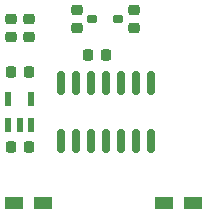
<source format=gbp>
G04 #@! TF.GenerationSoftware,KiCad,Pcbnew,9.0.0*
G04 #@! TF.CreationDate,2025-04-06T21:13:16-04:00*
G04 #@! TF.ProjectId,MiniCamel_riser,4d696e69-4361-46d6-956c-5f7269736572,2.1*
G04 #@! TF.SameCoordinates,PX16e3600PY6052340*
G04 #@! TF.FileFunction,Paste,Bot*
G04 #@! TF.FilePolarity,Positive*
%FSLAX46Y46*%
G04 Gerber Fmt 4.6, Leading zero omitted, Abs format (unit mm)*
G04 Created by KiCad (PCBNEW 9.0.0) date 2025-04-06 21:13:16*
%MOMM*%
%LPD*%
G01*
G04 APERTURE LIST*
G04 Aperture macros list*
%AMRoundRect*
0 Rectangle with rounded corners*
0 $1 Rounding radius*
0 $2 $3 $4 $5 $6 $7 $8 $9 X,Y pos of 4 corners*
0 Add a 4 corners polygon primitive as box body*
4,1,4,$2,$3,$4,$5,$6,$7,$8,$9,$2,$3,0*
0 Add four circle primitives for the rounded corners*
1,1,$1+$1,$2,$3*
1,1,$1+$1,$4,$5*
1,1,$1+$1,$6,$7*
1,1,$1+$1,$8,$9*
0 Add four rect primitives between the rounded corners*
20,1,$1+$1,$2,$3,$4,$5,0*
20,1,$1+$1,$4,$5,$6,$7,0*
20,1,$1+$1,$6,$7,$8,$9,0*
20,1,$1+$1,$8,$9,$2,$3,0*%
G04 Aperture macros list end*
%ADD10RoundRect,0.225000X-0.225000X-0.250000X0.225000X-0.250000X0.225000X0.250000X-0.225000X0.250000X0*%
%ADD11RoundRect,0.225000X-0.250000X0.225000X-0.250000X-0.225000X0.250000X-0.225000X0.250000X0.225000X0*%
%ADD12R,1.500000X1.000000*%
%ADD13R,0.600000X1.200000*%
%ADD14RoundRect,0.225000X0.250000X-0.225000X0.250000X0.225000X-0.250000X0.225000X-0.250000X-0.225000X0*%
%ADD15RoundRect,0.225000X0.225000X0.250000X-0.225000X0.250000X-0.225000X-0.250000X0.225000X-0.250000X0*%
%ADD16RoundRect,0.175000X-0.275000X-0.175000X0.275000X-0.175000X0.275000X0.175000X-0.275000X0.175000X0*%
%ADD17RoundRect,0.150000X-0.150000X0.825000X-0.150000X-0.825000X0.150000X-0.825000X0.150000X0.825000X0*%
G04 APERTURE END LIST*
D10*
X42645000Y5280000D03*
X44195000Y5280000D03*
X42635000Y-1080000D03*
X44185000Y-1080000D03*
D11*
X48237044Y10545000D03*
X48237044Y8995000D03*
D12*
X42920000Y-5790000D03*
X45420000Y-5790000D03*
D13*
X44360000Y815000D03*
X43410000Y815000D03*
X42460000Y815000D03*
X42460000Y3015000D03*
X44360000Y3015000D03*
D12*
X55620000Y-5790000D03*
X58120000Y-5790000D03*
D14*
X44180000Y8240000D03*
X44180000Y9790000D03*
D15*
X50720000Y6760000D03*
X49170000Y6760000D03*
D11*
X42650000Y9790000D03*
X42650000Y8240000D03*
D14*
X53102956Y8995000D03*
X53102956Y10545000D03*
D16*
X49570000Y9770000D03*
X51770000Y9770000D03*
D17*
X46910000Y4390000D03*
X48180000Y4390000D03*
X49450000Y4390000D03*
X50720000Y4390000D03*
X51990000Y4390000D03*
X53260000Y4390000D03*
X54530000Y4390000D03*
X54530000Y-560000D03*
X53260000Y-560000D03*
X51990000Y-560000D03*
X50720000Y-560000D03*
X49450000Y-560000D03*
X48180000Y-560000D03*
X46910000Y-560000D03*
M02*

</source>
